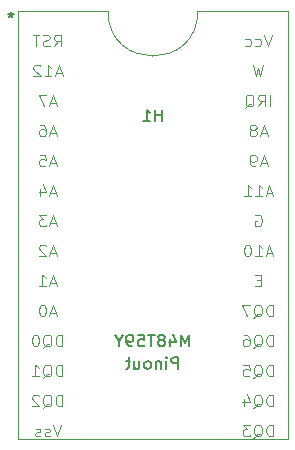
<source format=gbo>
%TF.GenerationSoftware,KiCad,Pcbnew,(5.1.8)-1*%
%TF.CreationDate,2021-05-04T01:41:37-06:00*%
%TF.ProjectId,NVRTC,4e565254-432e-46b6-9963-61645f706362,rev?*%
%TF.SameCoordinates,Original*%
%TF.FileFunction,Legend,Bot*%
%TF.FilePolarity,Positive*%
%FSLAX46Y46*%
G04 Gerber Fmt 4.6, Leading zero omitted, Abs format (unit mm)*
G04 Created by KiCad (PCBNEW (5.1.8)-1) date 2021-05-04 01:41:37*
%MOMM*%
%LPD*%
G01*
G04 APERTURE LIST*
%ADD10C,0.150000*%
%ADD11C,0.120000*%
%ADD12C,0.100000*%
G04 APERTURE END LIST*
D10*
X139065000Y-75017380D02*
X139065000Y-75255476D01*
X139303095Y-75160238D02*
X139065000Y-75255476D01*
X138826904Y-75160238D01*
X139207857Y-75445952D02*
X139065000Y-75255476D01*
X138922142Y-75445952D01*
D11*
%TO.C,H1*%
X143480000Y-74930000D02*
X147290000Y-74930000D01*
X154910000Y-74930000D02*
X158720000Y-74930000D01*
X143480000Y-74930000D02*
X139670000Y-74930000D01*
X139670000Y-74930000D02*
X139670000Y-111125000D01*
X158720000Y-74930000D02*
X162530000Y-74930000D01*
X162530000Y-74930000D02*
X162530000Y-111125000D01*
X162530000Y-111125000D02*
X139670000Y-111125000D01*
X147290000Y-74930000D02*
G75*
G03*
X154910000Y-74930000I3810000J0D01*
G01*
D10*
X151861904Y-84272380D02*
X151861904Y-83272380D01*
X151861904Y-83748571D02*
X151290476Y-83748571D01*
X151290476Y-84272380D02*
X151290476Y-83272380D01*
X150290476Y-84272380D02*
X150861904Y-84272380D01*
X150576190Y-84272380D02*
X150576190Y-83272380D01*
X150671428Y-83415238D01*
X150766666Y-83510476D01*
X150861904Y-83558095D01*
D12*
X142727619Y-77922380D02*
X143060952Y-77446190D01*
X143299047Y-77922380D02*
X143299047Y-76922380D01*
X142918095Y-76922380D01*
X142822857Y-76970000D01*
X142775238Y-77017619D01*
X142727619Y-77112857D01*
X142727619Y-77255714D01*
X142775238Y-77350952D01*
X142822857Y-77398571D01*
X142918095Y-77446190D01*
X143299047Y-77446190D01*
X142346666Y-77874761D02*
X142203809Y-77922380D01*
X141965714Y-77922380D01*
X141870476Y-77874761D01*
X141822857Y-77827142D01*
X141775238Y-77731904D01*
X141775238Y-77636666D01*
X141822857Y-77541428D01*
X141870476Y-77493809D01*
X141965714Y-77446190D01*
X142156190Y-77398571D01*
X142251428Y-77350952D01*
X142299047Y-77303333D01*
X142346666Y-77208095D01*
X142346666Y-77112857D01*
X142299047Y-77017619D01*
X142251428Y-76970000D01*
X142156190Y-76922380D01*
X141918095Y-76922380D01*
X141775238Y-76970000D01*
X141489523Y-76922380D02*
X140918095Y-76922380D01*
X141203809Y-77922380D02*
X141203809Y-76922380D01*
X143370476Y-80176666D02*
X142894285Y-80176666D01*
X143465714Y-80462380D02*
X143132380Y-79462380D01*
X142799047Y-80462380D01*
X141941904Y-80462380D02*
X142513333Y-80462380D01*
X142227619Y-80462380D02*
X142227619Y-79462380D01*
X142322857Y-79605238D01*
X142418095Y-79700476D01*
X142513333Y-79748095D01*
X141560952Y-79557619D02*
X141513333Y-79510000D01*
X141418095Y-79462380D01*
X141180000Y-79462380D01*
X141084761Y-79510000D01*
X141037142Y-79557619D01*
X140989523Y-79652857D01*
X140989523Y-79748095D01*
X141037142Y-79890952D01*
X141608571Y-80462380D01*
X140989523Y-80462380D01*
X142894285Y-82716666D02*
X142418095Y-82716666D01*
X142989523Y-83002380D02*
X142656190Y-82002380D01*
X142322857Y-83002380D01*
X142084761Y-82002380D02*
X141418095Y-82002380D01*
X141846666Y-83002380D01*
X142894285Y-85256666D02*
X142418095Y-85256666D01*
X142989523Y-85542380D02*
X142656190Y-84542380D01*
X142322857Y-85542380D01*
X141560952Y-84542380D02*
X141751428Y-84542380D01*
X141846666Y-84590000D01*
X141894285Y-84637619D01*
X141989523Y-84780476D01*
X142037142Y-84970952D01*
X142037142Y-85351904D01*
X141989523Y-85447142D01*
X141941904Y-85494761D01*
X141846666Y-85542380D01*
X141656190Y-85542380D01*
X141560952Y-85494761D01*
X141513333Y-85447142D01*
X141465714Y-85351904D01*
X141465714Y-85113809D01*
X141513333Y-85018571D01*
X141560952Y-84970952D01*
X141656190Y-84923333D01*
X141846666Y-84923333D01*
X141941904Y-84970952D01*
X141989523Y-85018571D01*
X142037142Y-85113809D01*
X142894285Y-87796666D02*
X142418095Y-87796666D01*
X142989523Y-88082380D02*
X142656190Y-87082380D01*
X142322857Y-88082380D01*
X141513333Y-87082380D02*
X141989523Y-87082380D01*
X142037142Y-87558571D01*
X141989523Y-87510952D01*
X141894285Y-87463333D01*
X141656190Y-87463333D01*
X141560952Y-87510952D01*
X141513333Y-87558571D01*
X141465714Y-87653809D01*
X141465714Y-87891904D01*
X141513333Y-87987142D01*
X141560952Y-88034761D01*
X141656190Y-88082380D01*
X141894285Y-88082380D01*
X141989523Y-88034761D01*
X142037142Y-87987142D01*
X142894285Y-90336666D02*
X142418095Y-90336666D01*
X142989523Y-90622380D02*
X142656190Y-89622380D01*
X142322857Y-90622380D01*
X141560952Y-89955714D02*
X141560952Y-90622380D01*
X141799047Y-89574761D02*
X142037142Y-90289047D01*
X141418095Y-90289047D01*
X142894285Y-92876666D02*
X142418095Y-92876666D01*
X142989523Y-93162380D02*
X142656190Y-92162380D01*
X142322857Y-93162380D01*
X142084761Y-92162380D02*
X141465714Y-92162380D01*
X141799047Y-92543333D01*
X141656190Y-92543333D01*
X141560952Y-92590952D01*
X141513333Y-92638571D01*
X141465714Y-92733809D01*
X141465714Y-92971904D01*
X141513333Y-93067142D01*
X141560952Y-93114761D01*
X141656190Y-93162380D01*
X141941904Y-93162380D01*
X142037142Y-93114761D01*
X142084761Y-93067142D01*
X142894285Y-95416666D02*
X142418095Y-95416666D01*
X142989523Y-95702380D02*
X142656190Y-94702380D01*
X142322857Y-95702380D01*
X142037142Y-94797619D02*
X141989523Y-94750000D01*
X141894285Y-94702380D01*
X141656190Y-94702380D01*
X141560952Y-94750000D01*
X141513333Y-94797619D01*
X141465714Y-94892857D01*
X141465714Y-94988095D01*
X141513333Y-95130952D01*
X142084761Y-95702380D01*
X141465714Y-95702380D01*
X142894285Y-97956666D02*
X142418095Y-97956666D01*
X142989523Y-98242380D02*
X142656190Y-97242380D01*
X142322857Y-98242380D01*
X141465714Y-98242380D02*
X142037142Y-98242380D01*
X141751428Y-98242380D02*
X141751428Y-97242380D01*
X141846666Y-97385238D01*
X141941904Y-97480476D01*
X142037142Y-97528095D01*
X142894285Y-100496666D02*
X142418095Y-100496666D01*
X142989523Y-100782380D02*
X142656190Y-99782380D01*
X142322857Y-100782380D01*
X141799047Y-99782380D02*
X141703809Y-99782380D01*
X141608571Y-99830000D01*
X141560952Y-99877619D01*
X141513333Y-99972857D01*
X141465714Y-100163333D01*
X141465714Y-100401428D01*
X141513333Y-100591904D01*
X141560952Y-100687142D01*
X141608571Y-100734761D01*
X141703809Y-100782380D01*
X141799047Y-100782380D01*
X141894285Y-100734761D01*
X141941904Y-100687142D01*
X141989523Y-100591904D01*
X142037142Y-100401428D01*
X142037142Y-100163333D01*
X141989523Y-99972857D01*
X141941904Y-99877619D01*
X141894285Y-99830000D01*
X141799047Y-99782380D01*
X143441904Y-103322380D02*
X143441904Y-102322380D01*
X143203809Y-102322380D01*
X143060952Y-102370000D01*
X142965714Y-102465238D01*
X142918095Y-102560476D01*
X142870476Y-102750952D01*
X142870476Y-102893809D01*
X142918095Y-103084285D01*
X142965714Y-103179523D01*
X143060952Y-103274761D01*
X143203809Y-103322380D01*
X143441904Y-103322380D01*
X141775238Y-103417619D02*
X141870476Y-103370000D01*
X141965714Y-103274761D01*
X142108571Y-103131904D01*
X142203809Y-103084285D01*
X142299047Y-103084285D01*
X142251428Y-103322380D02*
X142346666Y-103274761D01*
X142441904Y-103179523D01*
X142489523Y-102989047D01*
X142489523Y-102655714D01*
X142441904Y-102465238D01*
X142346666Y-102370000D01*
X142251428Y-102322380D01*
X142060952Y-102322380D01*
X141965714Y-102370000D01*
X141870476Y-102465238D01*
X141822857Y-102655714D01*
X141822857Y-102989047D01*
X141870476Y-103179523D01*
X141965714Y-103274761D01*
X142060952Y-103322380D01*
X142251428Y-103322380D01*
X141203809Y-102322380D02*
X141108571Y-102322380D01*
X141013333Y-102370000D01*
X140965714Y-102417619D01*
X140918095Y-102512857D01*
X140870476Y-102703333D01*
X140870476Y-102941428D01*
X140918095Y-103131904D01*
X140965714Y-103227142D01*
X141013333Y-103274761D01*
X141108571Y-103322380D01*
X141203809Y-103322380D01*
X141299047Y-103274761D01*
X141346666Y-103227142D01*
X141394285Y-103131904D01*
X141441904Y-102941428D01*
X141441904Y-102703333D01*
X141394285Y-102512857D01*
X141346666Y-102417619D01*
X141299047Y-102370000D01*
X141203809Y-102322380D01*
X143441904Y-105862380D02*
X143441904Y-104862380D01*
X143203809Y-104862380D01*
X143060952Y-104910000D01*
X142965714Y-105005238D01*
X142918095Y-105100476D01*
X142870476Y-105290952D01*
X142870476Y-105433809D01*
X142918095Y-105624285D01*
X142965714Y-105719523D01*
X143060952Y-105814761D01*
X143203809Y-105862380D01*
X143441904Y-105862380D01*
X141775238Y-105957619D02*
X141870476Y-105910000D01*
X141965714Y-105814761D01*
X142108571Y-105671904D01*
X142203809Y-105624285D01*
X142299047Y-105624285D01*
X142251428Y-105862380D02*
X142346666Y-105814761D01*
X142441904Y-105719523D01*
X142489523Y-105529047D01*
X142489523Y-105195714D01*
X142441904Y-105005238D01*
X142346666Y-104910000D01*
X142251428Y-104862380D01*
X142060952Y-104862380D01*
X141965714Y-104910000D01*
X141870476Y-105005238D01*
X141822857Y-105195714D01*
X141822857Y-105529047D01*
X141870476Y-105719523D01*
X141965714Y-105814761D01*
X142060952Y-105862380D01*
X142251428Y-105862380D01*
X140870476Y-105862380D02*
X141441904Y-105862380D01*
X141156190Y-105862380D02*
X141156190Y-104862380D01*
X141251428Y-105005238D01*
X141346666Y-105100476D01*
X141441904Y-105148095D01*
X143441904Y-108402380D02*
X143441904Y-107402380D01*
X143203809Y-107402380D01*
X143060952Y-107450000D01*
X142965714Y-107545238D01*
X142918095Y-107640476D01*
X142870476Y-107830952D01*
X142870476Y-107973809D01*
X142918095Y-108164285D01*
X142965714Y-108259523D01*
X143060952Y-108354761D01*
X143203809Y-108402380D01*
X143441904Y-108402380D01*
X141775238Y-108497619D02*
X141870476Y-108450000D01*
X141965714Y-108354761D01*
X142108571Y-108211904D01*
X142203809Y-108164285D01*
X142299047Y-108164285D01*
X142251428Y-108402380D02*
X142346666Y-108354761D01*
X142441904Y-108259523D01*
X142489523Y-108069047D01*
X142489523Y-107735714D01*
X142441904Y-107545238D01*
X142346666Y-107450000D01*
X142251428Y-107402380D01*
X142060952Y-107402380D01*
X141965714Y-107450000D01*
X141870476Y-107545238D01*
X141822857Y-107735714D01*
X141822857Y-108069047D01*
X141870476Y-108259523D01*
X141965714Y-108354761D01*
X142060952Y-108402380D01*
X142251428Y-108402380D01*
X141441904Y-107497619D02*
X141394285Y-107450000D01*
X141299047Y-107402380D01*
X141060952Y-107402380D01*
X140965714Y-107450000D01*
X140918095Y-107497619D01*
X140870476Y-107592857D01*
X140870476Y-107688095D01*
X140918095Y-107830952D01*
X141489523Y-108402380D01*
X140870476Y-108402380D01*
X143322857Y-109942380D02*
X142989523Y-110942380D01*
X142656190Y-109942380D01*
X142370476Y-110894761D02*
X142275238Y-110942380D01*
X142084761Y-110942380D01*
X141989523Y-110894761D01*
X141941904Y-110799523D01*
X141941904Y-110751904D01*
X141989523Y-110656666D01*
X142084761Y-110609047D01*
X142227619Y-110609047D01*
X142322857Y-110561428D01*
X142370476Y-110466190D01*
X142370476Y-110418571D01*
X142322857Y-110323333D01*
X142227619Y-110275714D01*
X142084761Y-110275714D01*
X141989523Y-110323333D01*
X141560952Y-110894761D02*
X141465714Y-110942380D01*
X141275238Y-110942380D01*
X141180000Y-110894761D01*
X141132380Y-110799523D01*
X141132380Y-110751904D01*
X141180000Y-110656666D01*
X141275238Y-110609047D01*
X141418095Y-110609047D01*
X141513333Y-110561428D01*
X141560952Y-110466190D01*
X141560952Y-110418571D01*
X141513333Y-110323333D01*
X141418095Y-110275714D01*
X141275238Y-110275714D01*
X141180000Y-110323333D01*
X161281904Y-110942380D02*
X161281904Y-109942380D01*
X161043809Y-109942380D01*
X160900952Y-109990000D01*
X160805714Y-110085238D01*
X160758095Y-110180476D01*
X160710476Y-110370952D01*
X160710476Y-110513809D01*
X160758095Y-110704285D01*
X160805714Y-110799523D01*
X160900952Y-110894761D01*
X161043809Y-110942380D01*
X161281904Y-110942380D01*
X159615238Y-111037619D02*
X159710476Y-110990000D01*
X159805714Y-110894761D01*
X159948571Y-110751904D01*
X160043809Y-110704285D01*
X160139047Y-110704285D01*
X160091428Y-110942380D02*
X160186666Y-110894761D01*
X160281904Y-110799523D01*
X160329523Y-110609047D01*
X160329523Y-110275714D01*
X160281904Y-110085238D01*
X160186666Y-109990000D01*
X160091428Y-109942380D01*
X159900952Y-109942380D01*
X159805714Y-109990000D01*
X159710476Y-110085238D01*
X159662857Y-110275714D01*
X159662857Y-110609047D01*
X159710476Y-110799523D01*
X159805714Y-110894761D01*
X159900952Y-110942380D01*
X160091428Y-110942380D01*
X159329523Y-109942380D02*
X158710476Y-109942380D01*
X159043809Y-110323333D01*
X158900952Y-110323333D01*
X158805714Y-110370952D01*
X158758095Y-110418571D01*
X158710476Y-110513809D01*
X158710476Y-110751904D01*
X158758095Y-110847142D01*
X158805714Y-110894761D01*
X158900952Y-110942380D01*
X159186666Y-110942380D01*
X159281904Y-110894761D01*
X159329523Y-110847142D01*
X161281904Y-108402380D02*
X161281904Y-107402380D01*
X161043809Y-107402380D01*
X160900952Y-107450000D01*
X160805714Y-107545238D01*
X160758095Y-107640476D01*
X160710476Y-107830952D01*
X160710476Y-107973809D01*
X160758095Y-108164285D01*
X160805714Y-108259523D01*
X160900952Y-108354761D01*
X161043809Y-108402380D01*
X161281904Y-108402380D01*
X159615238Y-108497619D02*
X159710476Y-108450000D01*
X159805714Y-108354761D01*
X159948571Y-108211904D01*
X160043809Y-108164285D01*
X160139047Y-108164285D01*
X160091428Y-108402380D02*
X160186666Y-108354761D01*
X160281904Y-108259523D01*
X160329523Y-108069047D01*
X160329523Y-107735714D01*
X160281904Y-107545238D01*
X160186666Y-107450000D01*
X160091428Y-107402380D01*
X159900952Y-107402380D01*
X159805714Y-107450000D01*
X159710476Y-107545238D01*
X159662857Y-107735714D01*
X159662857Y-108069047D01*
X159710476Y-108259523D01*
X159805714Y-108354761D01*
X159900952Y-108402380D01*
X160091428Y-108402380D01*
X158805714Y-107735714D02*
X158805714Y-108402380D01*
X159043809Y-107354761D02*
X159281904Y-108069047D01*
X158662857Y-108069047D01*
X161281904Y-105862380D02*
X161281904Y-104862380D01*
X161043809Y-104862380D01*
X160900952Y-104910000D01*
X160805714Y-105005238D01*
X160758095Y-105100476D01*
X160710476Y-105290952D01*
X160710476Y-105433809D01*
X160758095Y-105624285D01*
X160805714Y-105719523D01*
X160900952Y-105814761D01*
X161043809Y-105862380D01*
X161281904Y-105862380D01*
X159615238Y-105957619D02*
X159710476Y-105910000D01*
X159805714Y-105814761D01*
X159948571Y-105671904D01*
X160043809Y-105624285D01*
X160139047Y-105624285D01*
X160091428Y-105862380D02*
X160186666Y-105814761D01*
X160281904Y-105719523D01*
X160329523Y-105529047D01*
X160329523Y-105195714D01*
X160281904Y-105005238D01*
X160186666Y-104910000D01*
X160091428Y-104862380D01*
X159900952Y-104862380D01*
X159805714Y-104910000D01*
X159710476Y-105005238D01*
X159662857Y-105195714D01*
X159662857Y-105529047D01*
X159710476Y-105719523D01*
X159805714Y-105814761D01*
X159900952Y-105862380D01*
X160091428Y-105862380D01*
X158758095Y-104862380D02*
X159234285Y-104862380D01*
X159281904Y-105338571D01*
X159234285Y-105290952D01*
X159139047Y-105243333D01*
X158900952Y-105243333D01*
X158805714Y-105290952D01*
X158758095Y-105338571D01*
X158710476Y-105433809D01*
X158710476Y-105671904D01*
X158758095Y-105767142D01*
X158805714Y-105814761D01*
X158900952Y-105862380D01*
X159139047Y-105862380D01*
X159234285Y-105814761D01*
X159281904Y-105767142D01*
X161281904Y-103322380D02*
X161281904Y-102322380D01*
X161043809Y-102322380D01*
X160900952Y-102370000D01*
X160805714Y-102465238D01*
X160758095Y-102560476D01*
X160710476Y-102750952D01*
X160710476Y-102893809D01*
X160758095Y-103084285D01*
X160805714Y-103179523D01*
X160900952Y-103274761D01*
X161043809Y-103322380D01*
X161281904Y-103322380D01*
X159615238Y-103417619D02*
X159710476Y-103370000D01*
X159805714Y-103274761D01*
X159948571Y-103131904D01*
X160043809Y-103084285D01*
X160139047Y-103084285D01*
X160091428Y-103322380D02*
X160186666Y-103274761D01*
X160281904Y-103179523D01*
X160329523Y-102989047D01*
X160329523Y-102655714D01*
X160281904Y-102465238D01*
X160186666Y-102370000D01*
X160091428Y-102322380D01*
X159900952Y-102322380D01*
X159805714Y-102370000D01*
X159710476Y-102465238D01*
X159662857Y-102655714D01*
X159662857Y-102989047D01*
X159710476Y-103179523D01*
X159805714Y-103274761D01*
X159900952Y-103322380D01*
X160091428Y-103322380D01*
X158805714Y-102322380D02*
X158996190Y-102322380D01*
X159091428Y-102370000D01*
X159139047Y-102417619D01*
X159234285Y-102560476D01*
X159281904Y-102750952D01*
X159281904Y-103131904D01*
X159234285Y-103227142D01*
X159186666Y-103274761D01*
X159091428Y-103322380D01*
X158900952Y-103322380D01*
X158805714Y-103274761D01*
X158758095Y-103227142D01*
X158710476Y-103131904D01*
X158710476Y-102893809D01*
X158758095Y-102798571D01*
X158805714Y-102750952D01*
X158900952Y-102703333D01*
X159091428Y-102703333D01*
X159186666Y-102750952D01*
X159234285Y-102798571D01*
X159281904Y-102893809D01*
X161281904Y-100782380D02*
X161281904Y-99782380D01*
X161043809Y-99782380D01*
X160900952Y-99830000D01*
X160805714Y-99925238D01*
X160758095Y-100020476D01*
X160710476Y-100210952D01*
X160710476Y-100353809D01*
X160758095Y-100544285D01*
X160805714Y-100639523D01*
X160900952Y-100734761D01*
X161043809Y-100782380D01*
X161281904Y-100782380D01*
X159615238Y-100877619D02*
X159710476Y-100830000D01*
X159805714Y-100734761D01*
X159948571Y-100591904D01*
X160043809Y-100544285D01*
X160139047Y-100544285D01*
X160091428Y-100782380D02*
X160186666Y-100734761D01*
X160281904Y-100639523D01*
X160329523Y-100449047D01*
X160329523Y-100115714D01*
X160281904Y-99925238D01*
X160186666Y-99830000D01*
X160091428Y-99782380D01*
X159900952Y-99782380D01*
X159805714Y-99830000D01*
X159710476Y-99925238D01*
X159662857Y-100115714D01*
X159662857Y-100449047D01*
X159710476Y-100639523D01*
X159805714Y-100734761D01*
X159900952Y-100782380D01*
X160091428Y-100782380D01*
X159329523Y-99782380D02*
X158662857Y-99782380D01*
X159091428Y-100782380D01*
X160234285Y-97718571D02*
X159900952Y-97718571D01*
X159758095Y-98242380D02*
X160234285Y-98242380D01*
X160234285Y-97242380D01*
X159758095Y-97242380D01*
X161210476Y-95416666D02*
X160734285Y-95416666D01*
X161305714Y-95702380D02*
X160972380Y-94702380D01*
X160639047Y-95702380D01*
X159781904Y-95702380D02*
X160353333Y-95702380D01*
X160067619Y-95702380D02*
X160067619Y-94702380D01*
X160162857Y-94845238D01*
X160258095Y-94940476D01*
X160353333Y-94988095D01*
X159162857Y-94702380D02*
X159067619Y-94702380D01*
X158972380Y-94750000D01*
X158924761Y-94797619D01*
X158877142Y-94892857D01*
X158829523Y-95083333D01*
X158829523Y-95321428D01*
X158877142Y-95511904D01*
X158924761Y-95607142D01*
X158972380Y-95654761D01*
X159067619Y-95702380D01*
X159162857Y-95702380D01*
X159258095Y-95654761D01*
X159305714Y-95607142D01*
X159353333Y-95511904D01*
X159400952Y-95321428D01*
X159400952Y-95083333D01*
X159353333Y-94892857D01*
X159305714Y-94797619D01*
X159258095Y-94750000D01*
X159162857Y-94702380D01*
X159758095Y-92210000D02*
X159853333Y-92162380D01*
X159996190Y-92162380D01*
X160139047Y-92210000D01*
X160234285Y-92305238D01*
X160281904Y-92400476D01*
X160329523Y-92590952D01*
X160329523Y-92733809D01*
X160281904Y-92924285D01*
X160234285Y-93019523D01*
X160139047Y-93114761D01*
X159996190Y-93162380D01*
X159900952Y-93162380D01*
X159758095Y-93114761D01*
X159710476Y-93067142D01*
X159710476Y-92733809D01*
X159900952Y-92733809D01*
X161210476Y-90336666D02*
X160734285Y-90336666D01*
X161305714Y-90622380D02*
X160972380Y-89622380D01*
X160639047Y-90622380D01*
X159781904Y-90622380D02*
X160353333Y-90622380D01*
X160067619Y-90622380D02*
X160067619Y-89622380D01*
X160162857Y-89765238D01*
X160258095Y-89860476D01*
X160353333Y-89908095D01*
X158829523Y-90622380D02*
X159400952Y-90622380D01*
X159115238Y-90622380D02*
X159115238Y-89622380D01*
X159210476Y-89765238D01*
X159305714Y-89860476D01*
X159400952Y-89908095D01*
X160734285Y-87796666D02*
X160258095Y-87796666D01*
X160829523Y-88082380D02*
X160496190Y-87082380D01*
X160162857Y-88082380D01*
X159781904Y-88082380D02*
X159591428Y-88082380D01*
X159496190Y-88034761D01*
X159448571Y-87987142D01*
X159353333Y-87844285D01*
X159305714Y-87653809D01*
X159305714Y-87272857D01*
X159353333Y-87177619D01*
X159400952Y-87130000D01*
X159496190Y-87082380D01*
X159686666Y-87082380D01*
X159781904Y-87130000D01*
X159829523Y-87177619D01*
X159877142Y-87272857D01*
X159877142Y-87510952D01*
X159829523Y-87606190D01*
X159781904Y-87653809D01*
X159686666Y-87701428D01*
X159496190Y-87701428D01*
X159400952Y-87653809D01*
X159353333Y-87606190D01*
X159305714Y-87510952D01*
X160734285Y-85256666D02*
X160258095Y-85256666D01*
X160829523Y-85542380D02*
X160496190Y-84542380D01*
X160162857Y-85542380D01*
X159686666Y-84970952D02*
X159781904Y-84923333D01*
X159829523Y-84875714D01*
X159877142Y-84780476D01*
X159877142Y-84732857D01*
X159829523Y-84637619D01*
X159781904Y-84590000D01*
X159686666Y-84542380D01*
X159496190Y-84542380D01*
X159400952Y-84590000D01*
X159353333Y-84637619D01*
X159305714Y-84732857D01*
X159305714Y-84780476D01*
X159353333Y-84875714D01*
X159400952Y-84923333D01*
X159496190Y-84970952D01*
X159686666Y-84970952D01*
X159781904Y-85018571D01*
X159829523Y-85066190D01*
X159877142Y-85161428D01*
X159877142Y-85351904D01*
X159829523Y-85447142D01*
X159781904Y-85494761D01*
X159686666Y-85542380D01*
X159496190Y-85542380D01*
X159400952Y-85494761D01*
X159353333Y-85447142D01*
X159305714Y-85351904D01*
X159305714Y-85161428D01*
X159353333Y-85066190D01*
X159400952Y-85018571D01*
X159496190Y-84970952D01*
X161043809Y-83002380D02*
X161043809Y-82002380D01*
X159996190Y-83002380D02*
X160329523Y-82526190D01*
X160567619Y-83002380D02*
X160567619Y-82002380D01*
X160186666Y-82002380D01*
X160091428Y-82050000D01*
X160043809Y-82097619D01*
X159996190Y-82192857D01*
X159996190Y-82335714D01*
X160043809Y-82430952D01*
X160091428Y-82478571D01*
X160186666Y-82526190D01*
X160567619Y-82526190D01*
X158900952Y-83097619D02*
X158996190Y-83050000D01*
X159091428Y-82954761D01*
X159234285Y-82811904D01*
X159329523Y-82764285D01*
X159424761Y-82764285D01*
X159377142Y-83002380D02*
X159472380Y-82954761D01*
X159567619Y-82859523D01*
X159615238Y-82669047D01*
X159615238Y-82335714D01*
X159567619Y-82145238D01*
X159472380Y-82050000D01*
X159377142Y-82002380D01*
X159186666Y-82002380D01*
X159091428Y-82050000D01*
X158996190Y-82145238D01*
X158948571Y-82335714D01*
X158948571Y-82669047D01*
X158996190Y-82859523D01*
X159091428Y-82954761D01*
X159186666Y-83002380D01*
X159377142Y-83002380D01*
X160448571Y-79462380D02*
X160210476Y-80462380D01*
X160020000Y-79748095D01*
X159829523Y-80462380D01*
X159591428Y-79462380D01*
X161210476Y-76922380D02*
X160877142Y-77922380D01*
X160543809Y-76922380D01*
X159781904Y-77874761D02*
X159877142Y-77922380D01*
X160067619Y-77922380D01*
X160162857Y-77874761D01*
X160210476Y-77827142D01*
X160258095Y-77731904D01*
X160258095Y-77446190D01*
X160210476Y-77350952D01*
X160162857Y-77303333D01*
X160067619Y-77255714D01*
X159877142Y-77255714D01*
X159781904Y-77303333D01*
X158924761Y-77874761D02*
X159020000Y-77922380D01*
X159210476Y-77922380D01*
X159305714Y-77874761D01*
X159353333Y-77827142D01*
X159400952Y-77731904D01*
X159400952Y-77446190D01*
X159353333Y-77350952D01*
X159305714Y-77303333D01*
X159210476Y-77255714D01*
X159020000Y-77255714D01*
X158924761Y-77303333D01*
D10*
X154147619Y-103322380D02*
X154147619Y-102322380D01*
X153814285Y-103036666D01*
X153480952Y-102322380D01*
X153480952Y-103322380D01*
X152576190Y-102655714D02*
X152576190Y-103322380D01*
X152814285Y-102274761D02*
X153052380Y-102989047D01*
X152433333Y-102989047D01*
X151909523Y-102750952D02*
X152004761Y-102703333D01*
X152052380Y-102655714D01*
X152100000Y-102560476D01*
X152100000Y-102512857D01*
X152052380Y-102417619D01*
X152004761Y-102370000D01*
X151909523Y-102322380D01*
X151719047Y-102322380D01*
X151623809Y-102370000D01*
X151576190Y-102417619D01*
X151528571Y-102512857D01*
X151528571Y-102560476D01*
X151576190Y-102655714D01*
X151623809Y-102703333D01*
X151719047Y-102750952D01*
X151909523Y-102750952D01*
X152004761Y-102798571D01*
X152052380Y-102846190D01*
X152100000Y-102941428D01*
X152100000Y-103131904D01*
X152052380Y-103227142D01*
X152004761Y-103274761D01*
X151909523Y-103322380D01*
X151719047Y-103322380D01*
X151623809Y-103274761D01*
X151576190Y-103227142D01*
X151528571Y-103131904D01*
X151528571Y-102941428D01*
X151576190Y-102846190D01*
X151623809Y-102798571D01*
X151719047Y-102750952D01*
X151242857Y-102322380D02*
X150671428Y-102322380D01*
X150957142Y-103322380D02*
X150957142Y-102322380D01*
X149861904Y-102322380D02*
X150338095Y-102322380D01*
X150385714Y-102798571D01*
X150338095Y-102750952D01*
X150242857Y-102703333D01*
X150004761Y-102703333D01*
X149909523Y-102750952D01*
X149861904Y-102798571D01*
X149814285Y-102893809D01*
X149814285Y-103131904D01*
X149861904Y-103227142D01*
X149909523Y-103274761D01*
X150004761Y-103322380D01*
X150242857Y-103322380D01*
X150338095Y-103274761D01*
X150385714Y-103227142D01*
X149338095Y-103322380D02*
X149147619Y-103322380D01*
X149052380Y-103274761D01*
X149004761Y-103227142D01*
X148909523Y-103084285D01*
X148861904Y-102893809D01*
X148861904Y-102512857D01*
X148909523Y-102417619D01*
X148957142Y-102370000D01*
X149052380Y-102322380D01*
X149242857Y-102322380D01*
X149338095Y-102370000D01*
X149385714Y-102417619D01*
X149433333Y-102512857D01*
X149433333Y-102750952D01*
X149385714Y-102846190D01*
X149338095Y-102893809D01*
X149242857Y-102941428D01*
X149052380Y-102941428D01*
X148957142Y-102893809D01*
X148909523Y-102846190D01*
X148861904Y-102750952D01*
X148242857Y-102846190D02*
X148242857Y-103322380D01*
X148576190Y-102322380D02*
X148242857Y-102846190D01*
X147909523Y-102322380D01*
X153242857Y-105227380D02*
X153242857Y-104227380D01*
X152861904Y-104227380D01*
X152766666Y-104275000D01*
X152719047Y-104322619D01*
X152671428Y-104417857D01*
X152671428Y-104560714D01*
X152719047Y-104655952D01*
X152766666Y-104703571D01*
X152861904Y-104751190D01*
X153242857Y-104751190D01*
X152242857Y-105227380D02*
X152242857Y-104560714D01*
X152242857Y-104227380D02*
X152290476Y-104275000D01*
X152242857Y-104322619D01*
X152195238Y-104275000D01*
X152242857Y-104227380D01*
X152242857Y-104322619D01*
X151766666Y-104560714D02*
X151766666Y-105227380D01*
X151766666Y-104655952D02*
X151719047Y-104608333D01*
X151623809Y-104560714D01*
X151480952Y-104560714D01*
X151385714Y-104608333D01*
X151338095Y-104703571D01*
X151338095Y-105227380D01*
X150719047Y-105227380D02*
X150814285Y-105179761D01*
X150861904Y-105132142D01*
X150909523Y-105036904D01*
X150909523Y-104751190D01*
X150861904Y-104655952D01*
X150814285Y-104608333D01*
X150719047Y-104560714D01*
X150576190Y-104560714D01*
X150480952Y-104608333D01*
X150433333Y-104655952D01*
X150385714Y-104751190D01*
X150385714Y-105036904D01*
X150433333Y-105132142D01*
X150480952Y-105179761D01*
X150576190Y-105227380D01*
X150719047Y-105227380D01*
X149528571Y-104560714D02*
X149528571Y-105227380D01*
X149957142Y-104560714D02*
X149957142Y-105084523D01*
X149909523Y-105179761D01*
X149814285Y-105227380D01*
X149671428Y-105227380D01*
X149576190Y-105179761D01*
X149528571Y-105132142D01*
X149195238Y-104560714D02*
X148814285Y-104560714D01*
X149052380Y-104227380D02*
X149052380Y-105084523D01*
X149004761Y-105179761D01*
X148909523Y-105227380D01*
X148814285Y-105227380D01*
%TD*%
M02*

</source>
